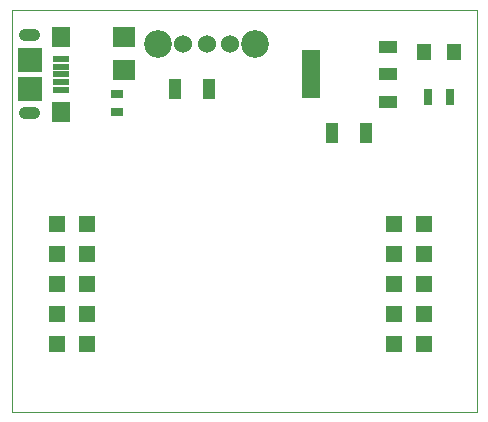
<source format=gts>
G75*
%MOIN*%
%OFA0B0*%
%FSLAX25Y25*%
%IPPOS*%
%LPD*%
%AMOC8*
5,1,8,0,0,1.08239X$1,22.5*
%
%ADD10C,0.00000*%
%ADD11R,0.05715X0.05715*%
%ADD12R,0.05715X0.01975*%
%ADD13R,0.05912X0.06699*%
%ADD14R,0.07880X0.07880*%
%ADD15C,0.03943*%
%ADD16R,0.06306X0.16148*%
%ADD17R,0.06306X0.04337*%
%ADD18R,0.07487X0.06699*%
%ADD19C,0.06000*%
%ADD20C,0.09258*%
%ADD21R,0.03943X0.02762*%
%ADD22R,0.04731X0.05321*%
%ADD23R,0.03156X0.05518*%
%ADD24R,0.03943X0.06699*%
D10*
X0001500Y0001500D02*
X0001500Y0135500D01*
X0156500Y0135500D01*
X0156500Y0001500D01*
X0001500Y0001500D01*
D11*
X0016500Y0024000D03*
X0026500Y0024000D03*
X0026500Y0034000D03*
X0016500Y0034000D03*
X0016500Y0044000D03*
X0026500Y0044000D03*
X0026500Y0054000D03*
X0016500Y0054000D03*
X0016500Y0064000D03*
X0026500Y0064000D03*
X0129000Y0064000D03*
X0139000Y0064000D03*
X0139000Y0054000D03*
X0129000Y0054000D03*
X0129000Y0044000D03*
X0139000Y0044000D03*
X0139000Y0034000D03*
X0129000Y0034000D03*
X0129000Y0024000D03*
X0139000Y0024000D03*
D12*
X0018000Y0108882D03*
X0018000Y0111441D03*
X0018000Y0114000D03*
X0018000Y0116559D03*
X0018000Y0119118D03*
D13*
X0018000Y0126598D03*
X0018000Y0101402D03*
D14*
X0007469Y0109276D03*
X0007469Y0118724D03*
D15*
X0008866Y0126992D02*
X0008866Y0126992D01*
X0006110Y0126992D01*
X0006110Y0126992D01*
X0008866Y0126992D01*
X0008866Y0101008D02*
X0008866Y0101008D01*
X0006110Y0101008D01*
X0006110Y0101008D01*
X0008866Y0101008D01*
D16*
X0101205Y0114000D03*
D17*
X0126795Y0114000D03*
X0126795Y0123055D03*
X0126795Y0104945D03*
D18*
X0039000Y0115488D03*
X0039000Y0126512D03*
D19*
X0058600Y0124000D03*
X0066500Y0124000D03*
X0074400Y0124000D03*
D20*
X0082650Y0124000D03*
X0050350Y0124000D03*
D21*
X0036500Y0107453D03*
X0036500Y0101547D03*
D22*
X0139079Y0121500D03*
X0148921Y0121500D03*
D23*
X0147740Y0106500D03*
X0140260Y0106500D03*
D24*
X0119709Y0094500D03*
X0108291Y0094500D03*
X0067209Y0109000D03*
X0055791Y0109000D03*
M02*

</source>
